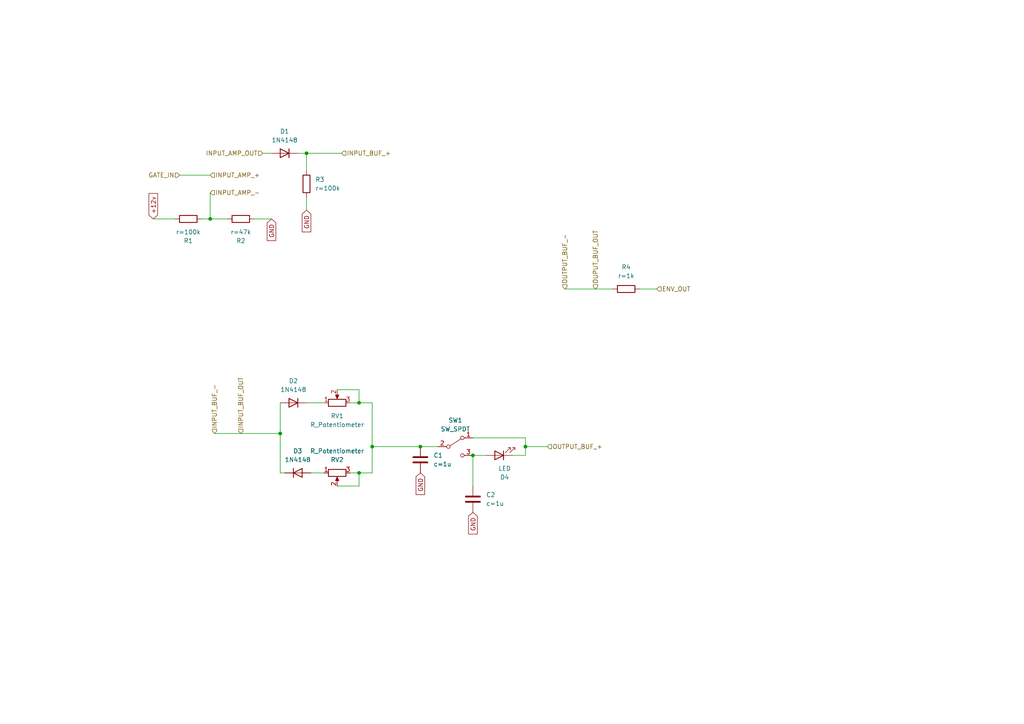
<source format=kicad_sch>
(kicad_sch (version 20230121) (generator eeschema)
  (paper "A4")
  (lib_symbols
    (symbol "Device:C" (pin_numbers hide) (pin_names (offset 0.254))
      (property "Reference" "C" (at 0.635 2.54 0))
      (property "Value" "C" (at 0.635 -2.54 0))
      (symbol "C_0_1"
        (polyline (pts (xy -2.032 -0.762) (xy 2.032 -0.762)) (stroke (width 0.508)))
        (polyline (pts (xy -2.032 0.762) (xy 2.032 0.762)) (stroke (width 0.508)))
      )
      (symbol "C_1_1"
        (pin passive line (at 0 3.81 270) (length 2.794) (name "~") (number "1"))
        (pin passive line (at 0 -3.81 90) (length 2.794) (name "~") (number "2"))
      )
    )
    (symbol "Device:LED" (pin_numbers hide) (pin_names (offset 1.016) hide)
      (property "Reference" "D" (at 0 2.54 0))
      (property "Value" "LED" (at 0 -2.54 0))
      (symbol "LED_0_1"
        (polyline (pts (xy -1.27 -1.27) (xy -1.27 1.27)) (stroke (width 0.254)))
        (polyline (pts (xy -1.27 0) (xy 1.27 0)))
        (polyline (pts (xy 1.27 -1.27) (xy 1.27 1.27) (xy -1.27 0) (xy 1.27 -1.27)) (stroke (width 0.254)))
        (polyline (pts (xy -3.048 -0.762) (xy -4.572 -2.286) (xy -3.81 -2.286) (xy -4.572 -2.286) (xy -4.572 -1.524)))
        (polyline (pts (xy -1.778 -0.762) (xy -3.302 -2.286) (xy -2.54 -2.286) (xy -3.302 -2.286) (xy -3.302 -1.524)))
      )
      (symbol "LED_1_1"
        (pin passive line (at -3.81 0 0) (length 2.54) (name "K") (number "1"))
        (pin passive line (at 3.81 0 180) (length 2.54) (name "A") (number "2"))
      )
    )
    (symbol "Device:R" (pin_numbers hide) (pin_names (offset 0))
      (property "Reference" "R" (at 2.032 0 90))
      (property "Value" "R" (at 0 0 90))
      (symbol "R_0_1"
        (rectangle (start -1.016 -2.54) (end 1.016 2.54) (stroke (width 0.254)))
      )
      (symbol "R_1_1"
        (pin passive line (at 0 3.81 270) (length 1.27) (name "~") (number "1"))
        (pin passive line (at 0 -3.81 90) (length 1.27) (name "~") (number "2"))
      )
    )
    (symbol "Device:R_Potentiometer" (pin_names (offset 1.016) hide)
      (property "Reference" "RV" (at -4.445 0 90))
      (property "Value" "R_Potentiometer" (at -2.54 0 90))
      (symbol "R_Potentiometer_0_1"
        (polyline (pts (xy 2.54 0) (xy 1.524 0)))
        (polyline (pts (xy 1.143 0) (xy 2.286 0.508) (xy 2.286 -0.508) (xy 1.143 0)) (fill (type outline)))
        (rectangle (start 1.016 2.54) (end -1.016 -2.54) (stroke (width 0.254)))
      )
      (symbol "R_Potentiometer_1_1"
        (pin passive line (at 0 3.81 270) (length 1.27) (name "1") (number "1"))
        (pin passive line (at 3.81 0 180) (length 1.27) (name "2") (number "2"))
        (pin passive line (at 0 -3.81 90) (length 1.27) (name "3") (number "3"))
      )
    )
    (symbol "Diode:1N4148" (pin_numbers hide) (pin_names hide)
      (property "Reference" "D" (at 0 2.54 0))
      (property "Value" "1N4148" (at 0 -2.54 0))
      (symbol "1N4148_0_1"
        (polyline (pts (xy -1.27 1.27) (xy -1.27 -1.27)) (stroke (width 0.254)))
        (polyline (pts (xy 1.27 0) (xy -1.27 0)))
        (polyline (pts (xy 1.27 1.27) (xy 1.27 -1.27) (xy -1.27 0) (xy 1.27 1.27)) (stroke (width 0.254)))
      )
      (symbol "1N4148_1_1"
        (pin passive line (at -3.81 0 0) (length 2.54) (name "K") (number "1"))
        (pin passive line (at 3.81 0 180) (length 2.54) (name "A") (number "2"))
      )
    )
    (symbol "Switch:SW_SPDT" (pin_names (offset 0) hide)
      (property "Reference" "SW" (at 0 4.318 0))
      (property "Value" "SW_SPDT" (at 0 -5.08 0))
      (symbol "SW_SPDT_0_0"
        (circle (center -2.032 0) (radius 0.508))
        (circle (center 2.032 -2.54) (radius 0.508))
      )
      (symbol "SW_SPDT_0_1"
        (polyline (pts (xy -1.524 0.254) (xy 1.651 2.286)))
        (circle (center 2.032 2.54) (radius 0.508))
      )
      (symbol "SW_SPDT_1_1"
        (pin passive line (at 5.08 2.54 180) (length 2.54) (name "A") (number "1"))
        (pin passive line (at -5.08 0 0) (length 2.54) (name "B") (number "2"))
        (pin passive line (at 5.08 -2.54 180) (length 2.54) (name "C") (number "3"))
      )
    )
  )
  (junction (at 88.9 44.45))
  (junction (at 152.4 129.54))
  (junction (at 60.96 63.5))
  (junction (at 104.14 137.16))
  (junction (at 137.16 132.08))
  (junction (at 81.28 125.73))
  (junction (at 107.95 129.54))
  (junction (at 104.14 116.84))
  (junction (at 121.92 129.54))
  (wire (pts (xy 52.07 50.8) (xy 60.96 50.8)))
  (wire (pts (xy 152.4 132.08) (xy 152.4 129.54)))
  (wire (pts (xy 44.45 63.5) (xy 50.8 63.5)))
  (wire (pts (xy 148.59 132.08) (xy 152.4 132.08)))
  (wire (pts (xy 137.16 140.97) (xy 137.16 132.08)))
  (wire (pts (xy 66.04 63.5) (xy 60.96 63.5)))
  (wire (pts (xy 86.36 44.45) (xy 88.9 44.45)))
  (wire (pts (xy 60.96 55.88) (xy 60.96 63.5)))
  (wire (pts (xy 104.14 116.84) (xy 101.6 116.84)))
  (wire (pts (xy 88.9 44.45) (xy 99.06 44.45)))
  (wire (pts (xy 185.42 83.82) (xy 190.5 83.82)))
  (wire (pts (xy 152.4 127) (xy 152.4 129.54)))
  (wire (pts (xy 137.16 127) (xy 152.4 127)))
  (wire (pts (xy 78.74 44.45) (xy 76.2 44.45)))
  (wire (pts (xy 137.16 132.08) (xy 140.97 132.08)))
  (wire (pts (xy 62.23 125.73) (xy 81.28 125.73)))
  (wire (pts (xy 121.92 129.54) (xy 127 129.54)))
  (wire (pts (xy 81.28 116.84) (xy 81.28 125.73)))
  (wire (pts (xy 78.74 63.5) (xy 73.66 63.5)))
  (wire (pts (xy 163.83 83.82) (xy 177.8 83.82)))
  (wire (pts (xy 107.95 129.54) (xy 107.95 116.84)))
  (wire (pts (xy 107.95 116.84) (xy 104.14 116.84)))
  (wire (pts (xy 107.95 129.54) (xy 121.92 129.54)))
  (wire (pts (xy 90.17 137.16) (xy 93.98 137.16)))
  (wire (pts (xy 81.28 125.73) (xy 81.28 137.16)))
  (wire (pts (xy 97.79 140.97) (xy 104.14 140.97)))
  (wire (pts (xy 88.9 44.45) (xy 88.9 49.53)))
  (wire (pts (xy 104.14 113.03) (xy 104.14 116.84)))
  (wire (pts (xy 107.95 137.16) (xy 107.95 129.54)))
  (wire (pts (xy 101.6 137.16) (xy 104.14 137.16)))
  (wire (pts (xy 104.14 140.97) (xy 104.14 137.16)))
  (wire (pts (xy 152.4 129.54) (xy 158.75 129.54)))
  (wire (pts (xy 93.98 116.84) (xy 88.9 116.84)))
  (wire (pts (xy 97.79 113.03) (xy 104.14 113.03)))
  (wire (pts (xy 88.9 57.15) (xy 88.9 60.96)))
  (wire (pts (xy 58.42 63.5) (xy 60.96 63.5)))
  (wire (pts (xy 81.28 137.16) (xy 82.55 137.16)))
  (wire (pts (xy 104.14 137.16) (xy 107.95 137.16)))
  (global_label "GND" (shape input) (at 88.9 60.96 270) (property "Intersheetrefs" "${INTERSHEET_REFS}" (effects hide)))
  (global_label "GND" (shape input) (at 137.16 148.59 270) (property "Intersheetrefs" "${INTERSHEET_REFS}" (effects hide)))
  (global_label "+12v" (shape input) (at 44.45 63.5 90) (property "Intersheetrefs" "${INTERSHEET_REFS}" (effects hide)))
  (global_label "GND" (shape input) (at 121.92 137.16 270) (property "Intersheetrefs" "${INTERSHEET_REFS}" (effects hide)))
  (global_label "GND" (shape input) (at 78.74 63.5 270) (property "Intersheetrefs" "${INTERSHEET_REFS}" (effects hide)))
  (hierarchical_label "ENV_OUT" (shape input) (at 190.5 83.82 0))
  (hierarchical_label "INPUT_AMP_+" (shape input) (at 60.96 50.8 0))
  (hierarchical_label "INPUT_BUF_OUT" (shape input) (at 69.85 125.73 90))
  (hierarchical_label "OUPUT_BUF_OUT" (shape input) (at 172.72 83.82 90))
  (hierarchical_label "INPUT_BUF_-" (shape input) (at 62.23 125.73 90))
  (hierarchical_label "OUTPUT_BUF_-" (shape input) (at 163.83 83.82 90))
  (hierarchical_label "INPUT_AMP_OUT" (shape input) (at 76.2 44.45 180))
  (hierarchical_label "INPUT_BUF_+" (shape input) (at 99.06 44.45 0))
  (hierarchical_label "GATE_IN" (shape input) (at 52.07 50.8 180))
  (hierarchical_label "INPUT_AMP_-" (shape input) (at 60.96 55.88 0))
  (hierarchical_label "OUTPUT_BUF_+" (shape input) (at 158.75 129.54 0))
  (symbol (lib_id "Device:R") (at 54.61 63.5 90) (mirror x) (unit 1)
    (property "Reference" "R1" (at 54.61 69.85 90))
    (property "Value" "${SIM.PARAMS}" (at 54.61 67.31 90))
    (property "Footprint" "Resistor_THT:R_Axial_DIN0207_L6.3mm_D2.5mm_P5.08mm_Vertical" (effects hide))
    (property "Sim.Device" "R" (effects hide))
    (property "Sim.Type" "=" (effects hide))
    (property "Sim.Params" "r=100k" (effects hide))
    (property "Sim.Pins" "1=+ 2=-" (effects hide))
    (instances (project "fourars" (path "" (reference "R1") (unit 1)) (path "" (reference "R5") (unit 1))))
  )
  (symbol (lib_id "Diode:1N4148") (at 85.09 116.84 0) (mirror y) (unit 1)
    (property "Reference" "D2" (at 85.09 110.49 0))
    (property "Value" "1N4148" (at 85.09 113.03 0))
    (property "Footprint" "Diode_THT:D_DO-35_SOD27_P7.62mm_Horizontal" (effects hide))
    (property "Datasheet" "https://assets.nexperia.com/documents/data-sheet/1N4148_1N4448.pdf" (effects hide))
    (property "Sim.Device" "D" (effects hide))
    (property "Sim.Pins" "1=K 2=A" (effects hide))
    (instances (project "fourars" (path "" (reference "D2") (unit 1)) (path "" (reference "D6") (unit 1))))
  )
  (symbol (lib_id "Device:LED") (at 144.78 132.08 180) (unit 1)
    (property "Reference" "D4" (at 146.3675 138.43 0))
    (property "Value" "LED" (at 146.3675 135.89 0))
    (property "Footprint" "LED_THT:LED_D5.0mm_FlatTop" (effects hide))
    (property "Sim.Device" "D" (effects hide))
    (property "Sim.Pins" "1=A 2=K" (effects hide))
    (instances (project "fourars" (path "" (reference "D4") (unit 1)) (path "" (reference "D8") (unit 1))))
  )
  (symbol (lib_id "Device:R_Potentiometer") (at 97.79 137.16 90) (mirror x) (unit 1)
    (property "Reference" "RV2" (at 97.79 133.35 90))
    (property "Value" "R_Potentiometer" (at 97.79 130.81 90))
    (property "Footprint" "Potentiometer_THT:Potentiometer_Alpha_RD901F-40-00D_Single_Vertical" (effects hide))
    (property "Sim.Device" "R" (effects hide))
    (property "Sim.Type" "POT" (effects hide))
    (property "Sim.Pins" "1=r0 2=wiper 3=r1" (effects hide))
    (property "Sim.Params" "r=1M" (effects hide))
    (instances (project "fourars" (path "" (reference "RV2") (unit 1)) (path "" (reference "RV4") (unit 1))))
  )
  (symbol (lib_id "Diode:1N4148") (at 86.36 137.16 0) (unit 1)
    (property "Reference" "D3" (at 86.36 130.81 0))
    (property "Value" "1N4148" (at 86.36 133.35 0))
    (property "Footprint" "Diode_THT:D_DO-35_SOD27_P7.62mm_Horizontal" (effects hide))
    (property "Datasheet" "https://assets.nexperia.com/documents/data-sheet/1N4148_1N4448.pdf" (effects hide))
    (property "Sim.Device" "D" (effects hide))
    (property "Sim.Pins" "1=K 2=A" (effects hide))
    (instances (project "fourars" (path "" (reference "D3") (unit 1)) (path "" (reference "D7") (unit 1))))
  )
  (symbol (lib_id "Device:C") (at 137.16 144.78 0) (unit 1)
    (property "Reference" "C2" (at 140.97 143.51 0) (effects (justify left)))
    (property "Value" "${SIM.PARAMS}" (at 140.97 146.05 0) (effects (justify left)))
    (property "Footprint" "Capacitor_THT:C_Rect_L7.2mm_W5.5mm_P5.00mm_FKS2_FKP2_MKS2_MKP2" (effects hide))
    (property "Sim.Device" "C" (effects hide))
    (property "Sim.Type" "=" (effects hide))
    (property "Sim.Params" "c=1u" (effects hide))
    (property "Sim.Pins" "1=+ 2=-" (effects hide))
    (instances (project "fourars" (path "" (reference "C2") (unit 1)) (path "" (reference "C4") (unit 1))))
  )
  (symbol (lib_id "Switch:SW_SPDT") (at 132.08 129.54 0) (unit 1)
    (property "Reference" "SW1" (at 132.08 121.92 0))
    (property "Value" "SW_SPDT" (at 132.08 124.46 0))
    (property "Footprint" "Button_Switch_THT:SW_PUSH_6mm" (effects hide))
    (property "Sim.Enable" "0" (effects hide))
    (instances (project "fourars" (path "" (reference "SW1") (unit 1)) (path "" (reference "SW2") (unit 1))))
  )
  (symbol (lib_id "Device:C") (at 121.92 133.35 0) (unit 1)
    (property "Reference" "C1" (at 125.73 132.08 0) (effects (justify left)))
    (property "Value" "${SIM.PARAMS}" (at 125.73 134.62 0) (effects (justify left)))
    (property "Footprint" "Capacitor_THT:C_Rect_L7.2mm_W5.5mm_P5.00mm_FKS2_FKP2_MKS2_MKP2" (effects hide))
    (property "Sim.Device" "C" (effects hide))
    (property "Sim.Type" "=" (effects hide))
    (property "Sim.Params" "c=1u" (effects hide))
    (property "Sim.Pins" "1=+ 2=-" (effects hide))
    (instances (project "fourars" (path "" (reference "C1") (unit 1)) (path "" (reference "C3") (unit 1))))
  )
  (symbol (lib_id "Device:R") (at 69.85 63.5 90) (mirror x) (unit 1)
    (property "Reference" "R2" (at 69.85 69.85 90))
    (property "Value" "${SIM.PARAMS}" (at 69.85 67.31 90))
    (property "Footprint" "Resistor_THT:R_Axial_DIN0207_L6.3mm_D2.5mm_P5.08mm_Vertical" (effects hide))
    (property "Sim.Device" "R" (effects hide))
    (property "Sim.Type" "=" (effects hide))
    (property "Sim.Params" "r=47k" (effects hide))
    (property "Sim.Pins" "1=+ 2=-" (effects hide))
    (instances (project "fourars" (path "" (reference "R2") (unit 1)) (path "" (reference "R6") (unit 1))))
  )
  (symbol (lib_id "Diode:1N4148") (at 82.55 44.45 0) (mirror y) (unit 1)
    (property "Reference" "D1" (at 82.55 38.1 0))
    (property "Value" "1N4148" (at 82.55 40.64 0))
    (property "Footprint" "Diode_THT:D_DO-35_SOD27_P7.62mm_Horizontal" (effects hide))
    (property "Datasheet" "https://assets.nexperia.com/documents/data-sheet/1N4148_1N4448.pdf" (effects hide))
    (property "Sim.Device" "D" (effects hide))
    (property "Sim.Pins" "1=K 2=A" (effects hide))
    (instances (project "fourars" (path "" (reference "D1") (unit 1)) (path "" (reference "D5") (unit 1))))
  )
  (symbol (lib_id "Device:R") (at 88.9 53.34 0) (unit 1)
    (property "Reference" "R3" (at 91.44 52.07 0) (effects (justify left)))
    (property "Value" "${SIM.PARAMS}" (at 91.44 54.61 0) (effects (justify left)))
    (property "Footprint" "Resistor_THT:R_Axial_DIN0207_L6.3mm_D2.5mm_P5.08mm_Vertical" (effects hide))
    (property "Sim.Device" "R" (effects hide))
    (property "Sim.Type" "=" (effects hide))
    (property "Sim.Params" "r=100k" (effects hide))
    (property "Sim.Pins" "1=+ 2=-" (effects hide))
    (instances (project "fourars" (path "" (reference "R3") (unit 1)) (path "" (reference "R7") (unit 1))))
  )
  (symbol (lib_id "Device:R_Potentiometer") (at 97.79 116.84 90) (unit 1)
    (property "Reference" "RV1" (at 97.79 120.65 90))
    (property "Value" "R_Potentiometer" (at 97.79 123.19 90))
    (property "Footprint" "Potentiometer_THT:Potentiometer_Alpha_RD901F-40-00D_Single_Vertical" (effects hide))
    (property "Sim.Device" "R" (effects hide))
    (property "Sim.Type" "POT" (effects hide))
    (property "Sim.Pins" "1=r0 2=wiper 3=r1" (effects hide))
    (property "Sim.Params" "r=1M" (effects hide))
    (instances (project "fourars" (path "" (reference "RV1") (unit 1)) (path "" (reference "RV3") (unit 1))))
  )
  (symbol (lib_id "Device:R") (at 181.61 83.82 90) (unit 1)
    (property "Reference" "R4" (at 181.61 77.47 90))
    (property "Value" "${SIM.PARAMS}" (at 181.61 80.01 90))
    (property "Footprint" "Resistor_THT:R_Axial_DIN0207_L6.3mm_D2.5mm_P5.08mm_Vertical" (effects hide))
    (property "Sim.Device" "R" (effects hide))
    (property "Sim.Type" "=" (effects hide))
    (property "Sim.Params" "r=1k" (effects hide))
    (property "Sim.Pins" "1=+ 2=-" (effects hide))
    (instances (project "fourars" (path "" (reference "R4") (unit 1)) (path "" (reference "R8") (unit 1))))
  )
)
</source>
